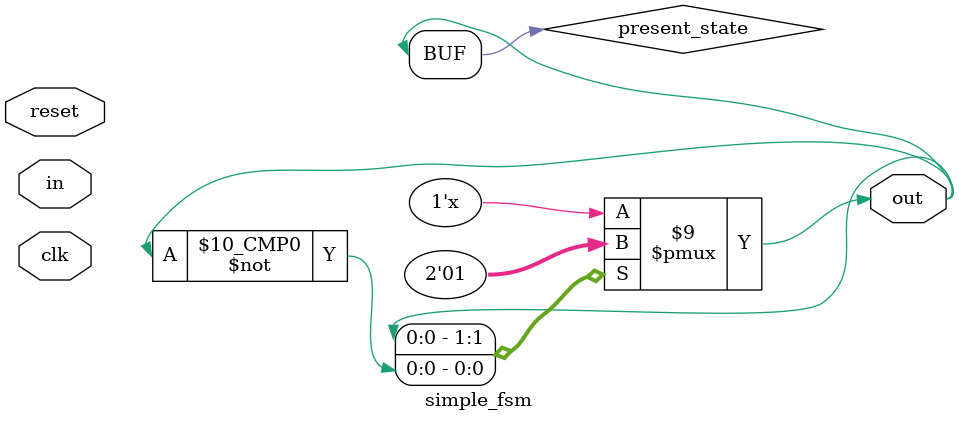
<source format=v>
module simple_fsm(clk, reset, in, out);
input clk;
input reset;
input in;
output out;
wire out;
reg present_state, next_state;
// In state 0, if in=1, stay in state 0. In state 0, if in=0, go to state 1
// In state 1, if in=1, stay in state 1. In state 1, if in=0, go to state 0
// out=1 in state 0 and out=0 in state 1
always@(out)
begin
	case(out)
	1'b1:begin
	 present_state <= 1'b0;
	 next_state <= 1'b1;
	 end
	1'b0:begin
	 present_state <= 1'b1;
	 next_state <= 1'b0;
	 end
	 default:begin
	 present_state <= 1'b0;
	 next_state <= 1'b0;
	 end
endcase
end
assign out = present_state;
always @(posedge clk)
begin
	if(reset)
	begin
	next_state <= 1'b0;
	end
	else	
	begin
	next_state <= next_state;
end
end
endmodule

</source>
